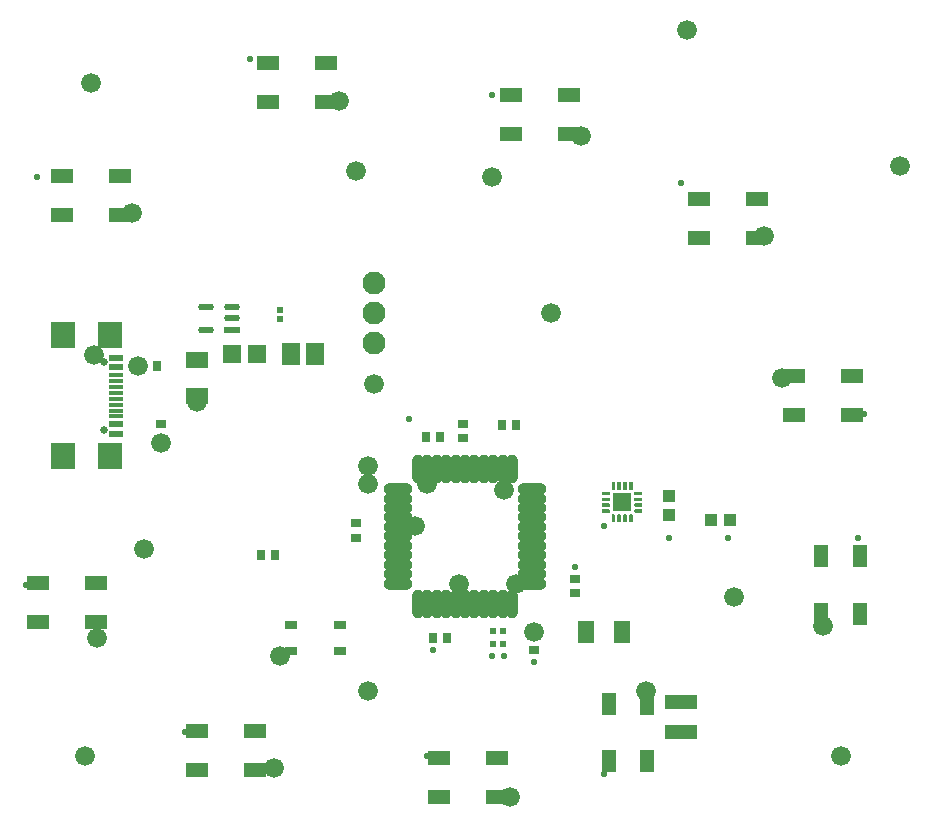
<source format=gts>
G04*
G04 #@! TF.GenerationSoftware,Altium Limited,Altium Designer,24.9.1 (31)*
G04*
G04 Layer_Color=8388736*
%FSLAX44Y44*%
%MOMM*%
G71*
G04*
G04 #@! TF.SameCoordinates,E34D74D8-3647-4743-B869-721777AC5566*
G04*
G04*
G04 #@! TF.FilePolarity,Negative*
G04*
G01*
G75*
%ADD16R,1.1500X0.3000*%
%ADD17R,1.1500X0.6000*%
%ADD18R,2.0000X2.1800*%
%ADD21R,0.9000X0.7500*%
%ADD22R,1.0621X1.1350*%
%ADD23R,1.1350X1.0621*%
%ADD24R,0.5000X0.6000*%
%ADD27R,0.7500X0.9000*%
%ADD28R,0.8621X0.7350*%
%ADD29R,0.7350X0.8621*%
%ADD30R,0.5200X0.5200*%
%ADD31R,1.8582X1.3561*%
G04:AMPARAMS|DCode=32|XSize=1.3383mm|YSize=0.578mm|CornerRadius=0.289mm|HoleSize=0mm|Usage=FLASHONLY|Rotation=180.000|XOffset=0mm|YOffset=0mm|HoleType=Round|Shape=RoundedRectangle|*
%AMROUNDEDRECTD32*
21,1,1.3383,0.0000,0,0,180.0*
21,1,0.7603,0.5780,0,0,180.0*
1,1,0.5780,-0.3802,0.0000*
1,1,0.5780,0.3802,0.0000*
1,1,0.5780,0.3802,0.0000*
1,1,0.5780,-0.3802,0.0000*
%
%ADD32ROUNDEDRECTD32*%
%ADD33R,1.3383X0.5780*%
%ADD36R,1.0500X0.6500*%
%ADD37R,1.6000X1.6000*%
%ADD38C,0.2520*%
%ADD39R,1.3561X1.8582*%
%ADD40R,2.7000X1.2000*%
%ADD41R,1.9064X1.3064*%
%ADD42R,1.3064X1.9064*%
%ADD43O,1.0064X2.4564*%
%ADD44O,2.4564X1.0064*%
%ADD45R,1.6064X1.6064*%
%ADD46R,1.6064X1.8564*%
%ADD47C,0.6500*%
%ADD48C,1.9364*%
%ADD49C,1.6764*%
%ADD50C,0.5842*%
%ADD51C,0.6000*%
G36*
X1293600Y733900D02*
X1293878D01*
X1294393Y733687D01*
X1294787Y733293D01*
X1295000Y732778D01*
Y732500D01*
Y732222D01*
X1294787Y731707D01*
X1294393Y731313D01*
X1293878Y731100D01*
X1288100D01*
Y733900D01*
X1293600Y733900D01*
D02*
G37*
G36*
X1294393Y738687D02*
X1294787Y738293D01*
X1295000Y737778D01*
Y737500D01*
Y737222D01*
X1294787Y736707D01*
X1294393Y736313D01*
X1293878Y736100D01*
X1288100D01*
Y738900D01*
X1293878D01*
X1294393Y738687D01*
D02*
G37*
G36*
X1298293Y729787D02*
X1298687Y729393D01*
X1298900Y728878D01*
Y728600D01*
X1298900D01*
Y723100D01*
X1296100D01*
Y728600D01*
Y728878D01*
X1296313Y729393D01*
X1296707Y729787D01*
X1297222Y730000D01*
X1297778D01*
X1298293Y729787D01*
D02*
G37*
G36*
X1303293D02*
X1303687Y729393D01*
X1303900Y728878D01*
Y728600D01*
Y723100D01*
X1301100D01*
Y728600D01*
Y728878D01*
X1301313Y729393D01*
X1301707Y729787D01*
X1302222Y730000D01*
X1302778D01*
X1303293Y729787D01*
D02*
G37*
G36*
X1294393Y743687D02*
X1294787Y743293D01*
X1295000Y742778D01*
Y742500D01*
Y742222D01*
X1294787Y741707D01*
X1294393Y741313D01*
X1293878Y741100D01*
X1288100D01*
Y743900D01*
X1293878D01*
X1294393Y743687D01*
D02*
G37*
G36*
Y748687D02*
X1294787Y748293D01*
X1295000Y747778D01*
Y747500D01*
Y747222D01*
X1294787Y746707D01*
X1294393Y746313D01*
X1293878Y746100D01*
X1293600D01*
Y746100D01*
X1288100D01*
Y748900D01*
X1293878D01*
X1294393Y748687D01*
D02*
G37*
G36*
X1298900Y751400D02*
Y751122D01*
X1298687Y750607D01*
X1298293Y750213D01*
X1297778Y750000D01*
X1297222D01*
X1296707Y750213D01*
X1296313Y750607D01*
X1296100Y751122D01*
Y751400D01*
Y756900D01*
X1298900D01*
X1298900Y751400D01*
D02*
G37*
G36*
X1303900D02*
Y751122D01*
X1303687Y750607D01*
X1303293Y750213D01*
X1302778Y750000D01*
X1302222D01*
X1301707Y750213D01*
X1301313Y750607D01*
X1301100Y751122D01*
Y751400D01*
Y756900D01*
X1303900D01*
Y751400D01*
D02*
G37*
G36*
X1308293Y729787D02*
X1308687Y729393D01*
X1308900Y728878D01*
Y728600D01*
Y723100D01*
X1306100D01*
Y728600D01*
Y728878D01*
X1306313Y729393D01*
X1306707Y729787D01*
X1307222Y730000D01*
X1307778D01*
X1308293Y729787D01*
D02*
G37*
G36*
X1313293D02*
X1313687Y729393D01*
X1313900Y728878D01*
Y728600D01*
Y723100D01*
X1311100D01*
X1311100Y728600D01*
Y728878D01*
X1311313Y729393D01*
X1311707Y729787D01*
X1312222Y730000D01*
X1312778D01*
X1313293Y729787D01*
D02*
G37*
G36*
X1321900Y731100D02*
X1316122D01*
X1315607Y731313D01*
X1315213Y731707D01*
X1315000Y732222D01*
Y732500D01*
Y732778D01*
X1315213Y733293D01*
X1315607Y733687D01*
X1316122Y733900D01*
X1316400D01*
Y733900D01*
X1321900D01*
Y731100D01*
D02*
G37*
G36*
Y736100D02*
X1316122D01*
X1315607Y736313D01*
X1315213Y736707D01*
X1315000Y737222D01*
Y737500D01*
Y737778D01*
X1315213Y738293D01*
X1315607Y738687D01*
X1316122Y738900D01*
X1321900D01*
Y736100D01*
D02*
G37*
G36*
X1308900Y751400D02*
Y751122D01*
X1308687Y750607D01*
X1308293Y750213D01*
X1307778Y750000D01*
X1307222D01*
X1306707Y750213D01*
X1306313Y750607D01*
X1306100Y751122D01*
Y751400D01*
Y756900D01*
X1308900D01*
Y751400D01*
D02*
G37*
G36*
X1313900D02*
Y751122D01*
X1313687Y750607D01*
X1313293Y750213D01*
X1312778Y750000D01*
X1312222D01*
X1311707Y750213D01*
X1311313Y750607D01*
X1311100Y751122D01*
Y751400D01*
X1311100D01*
Y756900D01*
X1313900D01*
Y751400D01*
D02*
G37*
G36*
X1321900Y741100D02*
X1316122D01*
X1315607Y741313D01*
X1315213Y741707D01*
X1315000Y742222D01*
Y742500D01*
Y742778D01*
X1315213Y743293D01*
X1315607Y743687D01*
X1316122Y743900D01*
X1321900D01*
Y741100D01*
D02*
G37*
G36*
Y746100D02*
X1316400Y746100D01*
X1316122D01*
X1315607Y746313D01*
X1315213Y746707D01*
X1315000Y747222D01*
Y747500D01*
Y747778D01*
X1315213Y748293D01*
X1315607Y748687D01*
X1316122Y748900D01*
X1321900D01*
Y746100D01*
D02*
G37*
D16*
X876800Y812500D02*
D03*
Y817500D02*
D03*
Y822500D02*
D03*
Y827500D02*
D03*
Y832500D02*
D03*
Y837500D02*
D03*
Y842500D02*
D03*
Y847500D02*
D03*
D17*
Y806000D02*
D03*
Y854000D02*
D03*
Y798000D02*
D03*
Y862000D02*
D03*
D18*
X871050Y778900D02*
D03*
Y881100D02*
D03*
X831750Y778900D02*
D03*
Y881100D02*
D03*
D21*
X1170000Y806000D02*
D03*
Y794000D02*
D03*
X1080000Y722000D02*
D03*
Y710000D02*
D03*
X1230000Y627000D02*
D03*
Y615000D02*
D03*
X1265000Y663000D02*
D03*
Y675000D02*
D03*
X1090000Y772000D02*
D03*
Y760000D02*
D03*
D22*
X1345000Y728692D02*
D03*
Y745000D02*
D03*
D23*
X1396308Y725000D02*
D03*
X1380000D02*
D03*
D24*
X1196000Y619500D02*
D03*
Y630500D02*
D03*
X1204000D02*
D03*
Y619500D02*
D03*
D27*
X1203000Y805000D02*
D03*
X1215000D02*
D03*
X1157000Y625000D02*
D03*
X1145000D02*
D03*
X999000Y695000D02*
D03*
X1011000D02*
D03*
X1151000Y795000D02*
D03*
X1139000D02*
D03*
D28*
X915000Y806154D02*
D03*
Y793846D02*
D03*
D29*
X911154Y855000D02*
D03*
X898846D02*
D03*
D30*
X1015000Y895000D02*
D03*
Y903000D02*
D03*
D31*
X945000Y829739D02*
D03*
Y860261D02*
D03*
D32*
X952676Y886000D02*
D03*
Y905000D02*
D03*
X975000D02*
D03*
Y895500D02*
D03*
D33*
Y886000D02*
D03*
D36*
X1065750Y614250D02*
D03*
X1024250D02*
D03*
X1065750Y635750D02*
D03*
X1024250D02*
D03*
D37*
X1305000Y740000D02*
D03*
D38*
X1297500Y753593D02*
D03*
X1302500D02*
D03*
X1307500Y753450D02*
D03*
X1312500D02*
D03*
X1318593Y747500D02*
D03*
Y742500D02*
D03*
X1318450Y737500D02*
D03*
Y732500D02*
D03*
X1312500Y724500D02*
D03*
X1307500D02*
D03*
X1302500Y726550D02*
D03*
X1297500D02*
D03*
X1289500Y732500D02*
D03*
Y737500D02*
D03*
X1291550Y742500D02*
D03*
Y747500D02*
D03*
D39*
X1305261Y630000D02*
D03*
X1274739D02*
D03*
D40*
X1355000Y571000D02*
D03*
Y545000D02*
D03*
D41*
X1499500Y813500D02*
D03*
Y846500D02*
D03*
X1450500D02*
D03*
Y813500D02*
D03*
X945500Y546500D02*
D03*
Y513500D02*
D03*
X994500D02*
D03*
Y546500D02*
D03*
X1150000Y523000D02*
D03*
Y490000D02*
D03*
X1199000D02*
D03*
Y523000D02*
D03*
X810500Y671500D02*
D03*
Y638500D02*
D03*
X859500D02*
D03*
Y671500D02*
D03*
X1370500Y996500D02*
D03*
Y963500D02*
D03*
X1419500D02*
D03*
Y996500D02*
D03*
X1211000Y1085000D02*
D03*
Y1052000D02*
D03*
X1260000D02*
D03*
Y1085000D02*
D03*
X1005500Y1111500D02*
D03*
Y1078500D02*
D03*
X1054500D02*
D03*
Y1111500D02*
D03*
X830500Y1016500D02*
D03*
Y983500D02*
D03*
X879500D02*
D03*
Y1016500D02*
D03*
D42*
X1506500Y694500D02*
D03*
X1473500D02*
D03*
Y645500D02*
D03*
X1506500D02*
D03*
X1293500Y520500D02*
D03*
X1326500D02*
D03*
Y569500D02*
D03*
X1293500D02*
D03*
D43*
X1132000Y768000D02*
D03*
X1140000D02*
D03*
X1148000D02*
D03*
X1156000D02*
D03*
X1164000D02*
D03*
X1172000D02*
D03*
X1180000D02*
D03*
X1188000D02*
D03*
X1196000D02*
D03*
X1204000D02*
D03*
X1212000D02*
D03*
Y654000D02*
D03*
X1204000D02*
D03*
X1196000D02*
D03*
X1188000D02*
D03*
X1180000D02*
D03*
X1172000D02*
D03*
X1164000D02*
D03*
X1156000D02*
D03*
X1148000D02*
D03*
X1140000D02*
D03*
X1132000D02*
D03*
D44*
X1229000Y751000D02*
D03*
Y743000D02*
D03*
Y735000D02*
D03*
Y727000D02*
D03*
Y719000D02*
D03*
Y711000D02*
D03*
Y703000D02*
D03*
Y695000D02*
D03*
Y687000D02*
D03*
Y679000D02*
D03*
Y671000D02*
D03*
X1115000D02*
D03*
Y679000D02*
D03*
Y687000D02*
D03*
Y695000D02*
D03*
Y703000D02*
D03*
Y711000D02*
D03*
Y719000D02*
D03*
Y727000D02*
D03*
Y735000D02*
D03*
Y743000D02*
D03*
Y751000D02*
D03*
D45*
X974500Y865000D02*
D03*
X995500D02*
D03*
D46*
X1045000D02*
D03*
X1025000D02*
D03*
D47*
X866050Y801100D02*
D03*
Y858900D02*
D03*
D48*
X1095000Y925800D02*
D03*
Y900400D02*
D03*
Y875000D02*
D03*
D49*
X1400000Y660000D02*
D03*
X1090000Y580000D02*
D03*
X900000Y700000D02*
D03*
X1195000Y1015000D02*
D03*
X1080000Y1020000D02*
D03*
X855000Y1095000D02*
D03*
X850000Y525000D02*
D03*
X1490000D02*
D03*
X1540000Y1025000D02*
D03*
X1360000Y1140000D02*
D03*
X1090000Y755000D02*
D03*
X915000Y790000D02*
D03*
X857879Y864407D02*
D03*
X1090000Y770354D02*
D03*
X1215115Y670335D02*
D03*
X1166717Y670462D02*
D03*
X1130000Y720000D02*
D03*
X1140000Y755000D02*
D03*
X1205000Y750000D02*
D03*
X945000Y825000D02*
D03*
X1230000Y630000D02*
D03*
X1210000Y490000D02*
D03*
X895000Y855000D02*
D03*
X1010000Y515000D02*
D03*
X1015000Y610000D02*
D03*
X860000Y625000D02*
D03*
X1325000Y580000D02*
D03*
X1475000Y635000D02*
D03*
X1440000Y845000D02*
D03*
X1425000Y965000D02*
D03*
X1270000Y1050000D02*
D03*
X1065000Y1080000D02*
D03*
X890000Y985000D02*
D03*
X1245000Y900000D02*
D03*
X1095000Y840000D02*
D03*
D50*
X1230000Y605000D02*
D03*
X1290000Y510000D02*
D03*
X800000Y670000D02*
D03*
X935000Y545000D02*
D03*
X1140000Y525000D02*
D03*
X1505000Y710000D02*
D03*
X1510000Y815000D02*
D03*
X1355000Y1010000D02*
D03*
X1195000Y1085000D02*
D03*
X990000Y1115000D02*
D03*
X810000Y1015000D02*
D03*
X1395000Y710000D02*
D03*
X1345000D02*
D03*
X1265000Y685000D02*
D03*
X1290000Y720000D02*
D03*
X1205000Y610000D02*
D03*
X1195000D02*
D03*
X1145000Y615000D02*
D03*
X1125000Y810000D02*
D03*
D51*
X1309500Y735500D02*
D03*
X1300500D02*
D03*
X1309500Y744500D02*
D03*
X1300500D02*
D03*
M02*

</source>
